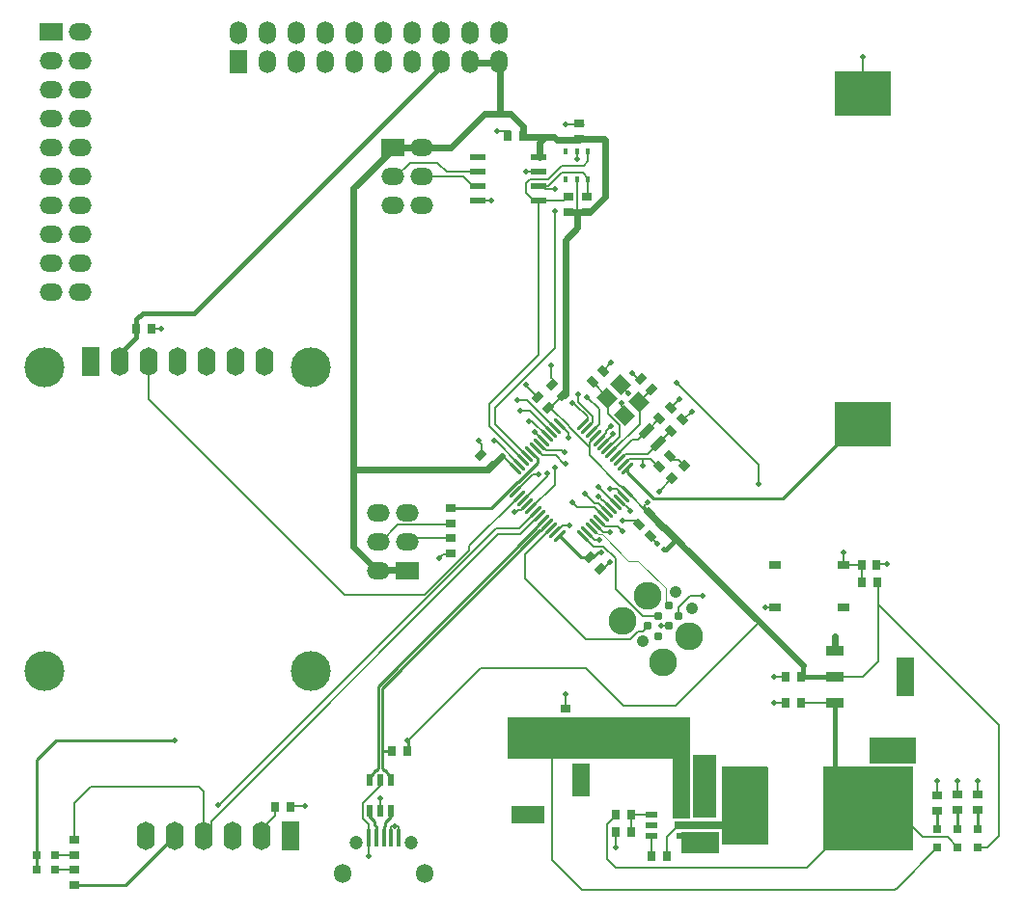
<source format=gtl>
G04*
G04 #@! TF.GenerationSoftware,Altium Limited,Altium Designer,19.0.15 (446)*
G04*
G04 Layer_Physical_Order=1*
G04 Layer_Color=255*
%FSLAX25Y25*%
%MOIN*%
G70*
G01*
G75*
%ADD11C,0.00787*%
%ADD13C,0.02362*%
%ADD17C,0.01000*%
%ADD18R,0.01575X0.06299*%
%ADD19R,0.03740X0.02756*%
%ADD20R,0.06299X0.13386*%
%ADD21R,0.06299X0.03347*%
%ADD22R,0.05512X0.02362*%
%ADD23R,0.01575X0.02362*%
G04:AMPARAMS|DCode=24|XSize=27.56mil|YSize=37.4mil|CornerRadius=0mil|HoleSize=0mil|Usage=FLASHONLY|Rotation=315.000|XOffset=0mil|YOffset=0mil|HoleType=Round|Shape=Rectangle|*
%AMROTATEDRECTD24*
4,1,4,-0.02297,-0.00348,0.00348,0.02297,0.02297,0.00348,-0.00348,-0.02297,-0.02297,-0.00348,0.0*
%
%ADD24ROTATEDRECTD24*%

G04:AMPARAMS|DCode=25|XSize=27.56mil|YSize=37.4mil|CornerRadius=0mil|HoleSize=0mil|Usage=FLASHONLY|Rotation=225.000|XOffset=0mil|YOffset=0mil|HoleType=Round|Shape=Rectangle|*
%AMROTATEDRECTD25*
4,1,4,-0.00348,0.02297,0.02297,-0.00348,0.00348,-0.02297,-0.02297,0.00348,-0.00348,0.02297,0.0*
%
%ADD25ROTATEDRECTD25*%

G04:AMPARAMS|DCode=26|XSize=27.56mil|YSize=55.12mil|CornerRadius=0mil|HoleSize=0mil|Usage=FLASHONLY|Rotation=315.000|XOffset=0mil|YOffset=0mil|HoleType=Round|Shape=Rectangle|*
%AMROTATEDRECTD26*
4,1,4,-0.02923,-0.00974,0.00974,0.02923,0.02923,0.00974,-0.00974,-0.02923,-0.02923,-0.00974,0.0*
%
%ADD26ROTATEDRECTD26*%

G04:AMPARAMS|DCode=27|XSize=55.12mil|YSize=47.24mil|CornerRadius=0mil|HoleSize=0mil|Usage=FLASHONLY|Rotation=315.000|XOffset=0mil|YOffset=0mil|HoleType=Round|Shape=Rectangle|*
%AMROTATEDRECTD27*
4,1,4,-0.03619,0.00278,-0.00278,0.03619,0.03619,-0.00278,0.00278,-0.03619,-0.03619,0.00278,0.0*
%
%ADD27ROTATEDRECTD27*%

%ADD28P,0.04454X4X90.0*%
G04:AMPARAMS|DCode=29|XSize=11.81mil|YSize=57.09mil|CornerRadius=0mil|HoleSize=0mil|Usage=FLASHONLY|Rotation=315.000|XOffset=0mil|YOffset=0mil|HoleType=Round|Shape=Round|*
%AMOVALD29*
21,1,0.04528,0.01181,0.00000,0.00000,45.0*
1,1,0.01181,-0.01601,-0.01601*
1,1,0.01181,0.01601,0.01601*
%
%ADD29OVALD29*%

G04:AMPARAMS|DCode=30|XSize=11.81mil|YSize=57.09mil|CornerRadius=0mil|HoleSize=0mil|Usage=FLASHONLY|Rotation=225.000|XOffset=0mil|YOffset=0mil|HoleType=Round|Shape=Round|*
%AMOVALD30*
21,1,0.04528,0.01181,0.00000,0.00000,315.0*
1,1,0.01181,-0.01601,0.01601*
1,1,0.01181,0.01601,-0.01601*
%
%ADD30OVALD30*%

%ADD31R,0.02756X0.03740*%
%ADD32R,0.03150X0.03150*%
%ADD33R,0.04331X0.02362*%
%ADD34R,0.03150X0.03150*%
%ADD35R,0.02362X0.04331*%
%ADD36R,0.19685X0.15748*%
%ADD37R,0.03937X0.02953*%
%ADD38R,0.13780X0.23622*%
%ADD74C,0.03098*%
%ADD75C,0.01575*%
%ADD76C,0.00914*%
%ADD77C,0.00630*%
%ADD78C,0.00394*%
%ADD79O,0.05906X0.06693*%
%ADD80C,0.04724*%
%ADD81O,0.06299X0.09843*%
%ADD82R,0.06299X0.09843*%
%ADD83C,0.13780*%
%ADD84C,0.04201*%
%ADD85C,0.09650*%
%ADD86R,0.11811X0.05906*%
%ADD87R,0.05906X0.11811*%
%ADD88O,0.05906X0.07874*%
%ADD89R,0.05906X0.07874*%
%ADD90O,0.07874X0.05906*%
%ADD91R,0.07874X0.05906*%
%ADD92C,0.01968*%
G36*
X319787Y47669D02*
X303909Y47669D01*
Y56669D01*
X319787Y56669D01*
Y47669D01*
D02*
G37*
G36*
X250787Y29169D02*
X242787Y29169D01*
X242787Y50669D01*
X250787Y50669D01*
X250787Y29169D01*
D02*
G37*
G36*
X241787Y28569D02*
X235787D01*
Y49269D01*
X178787D01*
Y63669D01*
X241787D01*
Y28569D01*
D02*
G37*
G36*
X268787Y46216D02*
X268787Y19669D01*
X252787D01*
Y24969D01*
X236546D01*
Y27669D01*
X252787Y27669D01*
X252787Y46569D01*
X268434Y46569D01*
X268787Y46216D01*
D02*
G37*
G36*
X318787Y17669D02*
X287787D01*
Y46669D01*
X318787D01*
Y17669D01*
D02*
G37*
G36*
X251787Y16669D02*
X238787D01*
Y24150D01*
X251787D01*
Y16669D01*
D02*
G37*
D11*
X139561Y25943D02*
X139787Y26169D01*
X140013Y25943D01*
X138583D02*
X139561D01*
X140013D02*
X141142D01*
X130905Y15811D02*
Y21874D01*
X138583D02*
Y25943D01*
X141142Y21874D02*
Y25943D01*
X130905Y21874D02*
Y26479D01*
X130649Y26736D02*
X130905Y26479D01*
X128685Y28700D02*
X130649Y26736D01*
X128685Y28700D02*
Y34009D01*
X192400Y147026D02*
Y148100D01*
X184154Y138779D02*
X192400Y147026D01*
X181370Y141563D02*
X187507Y147700D01*
X189400D01*
X186938Y135995D02*
X195000Y144058D01*
Y150000D01*
X181283Y134603D02*
X181603D01*
X182406Y135407D01*
X183459D01*
X185439Y137387D01*
X185546D01*
X168900Y158943D02*
Y159262D01*
Y158943D02*
X169848Y157995D01*
Y154568D02*
Y157995D01*
X169500Y154220D02*
X169848Y154568D01*
X216097Y159435D02*
X217365Y160703D01*
X216051Y159435D02*
X216097D01*
X213352Y156735D02*
X216051Y159435D01*
X213245Y156735D02*
X213352D01*
X198800Y268700D02*
X205000D01*
X228049Y134496D02*
X228387Y134158D01*
X217365Y160703D02*
Y164857D01*
X214496Y167726D02*
X217365Y164857D01*
X215200Y161398D02*
Y161600D01*
X211930Y158127D02*
X215200Y161398D01*
X300657Y116433D02*
X301087Y116002D01*
X225932Y136614D02*
X227159Y137841D01*
X225932Y136614D02*
X228049Y134496D01*
X227610Y134158D02*
X227863D01*
X175200Y266500D02*
X179885D01*
X306102Y116433D02*
X306339Y116669D01*
X291394Y86897D02*
X291677Y86614D01*
X291394Y86897D02*
X291787Y87291D01*
X270843Y68669D02*
X274787D01*
X185300Y178308D02*
X189105Y174503D01*
X301087Y110408D02*
Y116002D01*
X294787Y116433D02*
X300657D01*
X241965Y105811D02*
X246300D01*
X237859Y101705D02*
X241965Y105811D01*
X237859Y98740D02*
Y101705D01*
X231787Y95205D02*
X234323D01*
X312433Y3937D02*
X313355Y4859D01*
X204520Y3937D02*
X312433D01*
X313355Y4859D02*
X327287Y18791D01*
X297139Y33800D02*
X310600D01*
X297008Y33669D02*
X297139Y33800D01*
X310600D02*
X322092Y22308D01*
X330771D01*
X344591Y18791D02*
X348387Y22587D01*
X341287Y18791D02*
X344591D01*
X348387Y22587D02*
Y61084D01*
X306339Y116669D02*
X309787D01*
X306702Y102769D02*
Y110108D01*
X306402Y110408D02*
X306702Y110108D01*
Y102769D02*
X348387Y61084D01*
X306702Y83084D02*
Y102769D01*
X158781Y130366D02*
X159100Y130685D01*
X140850Y130366D02*
X158781D01*
X145300Y125800D02*
X159300D01*
X144000Y124500D02*
X145300Y125800D01*
X220205Y141563D02*
X227610Y134158D01*
X158882Y120067D02*
X159300Y120485D01*
X156531Y120067D02*
X158882D01*
X155000Y118536D02*
X156531Y120067D01*
X174846Y129185D02*
X182911D01*
X79015Y33354D02*
X174846Y129185D01*
X78787Y33354D02*
X79015D01*
X165377Y121387D02*
Y122882D01*
X149990Y106000D02*
X165377Y121387D01*
X122500Y106000D02*
X149990D01*
X165377Y122882D02*
X182666Y140171D01*
X291677Y86614D02*
X291787Y86724D01*
X93787Y24936D02*
X98400Y29549D01*
X93787Y22669D02*
Y24936D01*
X98400Y29549D02*
Y32600D01*
X103809Y32900D02*
X108815D01*
X223787Y180669D02*
X224787D01*
X221787Y182669D02*
X223787Y180669D01*
X239570Y166552D02*
X242387Y169369D01*
X239021Y166552D02*
X239570D01*
X218300Y171300D02*
Y172500D01*
X217905Y178076D02*
X220311Y175669D01*
X217905Y178076D02*
Y178794D01*
X219297Y167937D02*
Y170303D01*
X218300Y171300D02*
X219297Y170303D01*
X235433Y146215D02*
Y146315D01*
X231000Y141782D02*
X235433Y146215D01*
X222805Y131700D02*
X224029Y130475D01*
X218500Y131700D02*
X222805D01*
X227787Y134234D02*
X227863Y134158D01*
X228387D01*
X228029Y126300D02*
X230529Y123800D01*
X231787Y130058D02*
Y130234D01*
X210958Y115142D02*
X211742D01*
X214100Y117500D01*
X192787Y170669D02*
X193385D01*
X185300Y178308D02*
Y178600D01*
X189029Y174427D02*
X189105Y174503D01*
X216150Y18669D02*
Y24150D01*
X230963Y158493D02*
X235263Y162794D01*
X211747Y133211D02*
Y133318D01*
X209973Y143416D02*
X209986Y143403D01*
X54787Y173713D02*
X122500Y106000D01*
X54787Y173713D02*
Y186669D01*
X183303Y126900D02*
X189615Y133211D01*
X175500Y126900D02*
X183303D01*
X76333Y27733D02*
X175500Y126900D01*
X76333Y25496D02*
Y27733D01*
X216652Y129765D02*
X218413Y128004D01*
X212622Y129765D02*
X216652D01*
X210568Y131819D02*
X212622Y129765D01*
X210461Y131819D02*
X210568D01*
X213831Y127769D02*
X214000Y127600D01*
X211835Y127769D02*
X213831D01*
X209176Y130428D02*
X211835Y127769D01*
X210274Y125126D02*
X210500Y124900D01*
X208910Y125126D02*
X210274D01*
X206392Y127644D02*
X208910Y125126D01*
X209069Y130428D02*
X209176D01*
X206286Y127644D02*
X206392D01*
X225600Y153148D02*
X228009D01*
X220900D02*
X225600D01*
Y150769D02*
Y153148D01*
X228009D02*
X230787Y150369D01*
X218920Y151168D02*
X220900Y153148D01*
X218813Y151168D02*
X218920D01*
X193900Y181048D02*
Y185400D01*
Y181048D02*
X194377Y180570D01*
Y179179D02*
Y180570D01*
X194029Y178831D02*
X194377Y179179D01*
X237300Y179200D02*
X265500Y151000D01*
Y144400D02*
Y151000D01*
X236776Y67769D02*
X265676Y96669D01*
X185484Y173500D02*
X195289Y163695D01*
X182200Y173500D02*
X185484D01*
X186600Y169600D02*
X193897Y162303D01*
X183200Y169600D02*
X186600D01*
X174667Y159262D02*
X182762Y151168D01*
X174300Y159262D02*
X174667D01*
X172402Y164311D02*
X184154Y152559D01*
X172402Y164311D02*
Y172000D01*
X174400Y170762D02*
X195100Y191462D01*
Y238600D01*
X177224Y153922D02*
X181370Y149776D01*
X174400Y165097D02*
Y170762D01*
X195600Y154200D02*
X198300Y151500D01*
X190971Y154200D02*
X195600D01*
X188436Y156735D02*
X190971Y154200D01*
X197553Y156147D02*
X198400Y155300D01*
X191980Y156147D02*
X197553D01*
X198300Y151500D02*
X198900D01*
X188330Y156735D02*
X188436D01*
X190000Y158127D02*
X191980Y156147D01*
X189722Y158127D02*
X190000D01*
X168978Y154220D02*
X169500D01*
X176700Y153922D02*
X177224D01*
X182762Y151168D02*
Y151238D01*
X202700Y259442D02*
X202900Y259243D01*
X206637Y255937D02*
Y258885D01*
Y259442D01*
X202900Y256600D02*
Y259243D01*
X185000Y248475D02*
X186363Y249838D01*
X185000Y244957D02*
Y248475D01*
Y244957D02*
X187758Y242200D01*
X205135Y254435D02*
X206637Y255937D01*
X197435Y254435D02*
X205135D01*
X192838Y249838D02*
X197435Y254435D01*
X189332Y242200D02*
X198181D01*
X199665Y243684D01*
X186363Y249838D02*
X192838D01*
X192724Y247200D02*
X197486Y251962D01*
X190907Y247200D02*
X192724D01*
X197486Y251962D02*
X204668D01*
X191707Y246400D02*
X195000D01*
X190907Y247200D02*
X191707Y246400D01*
X187758Y242200D02*
X189332D01*
Y247200D02*
X190907D01*
X180235Y159203D02*
X185516Y153922D01*
X180235Y159203D02*
Y159262D01*
X174400Y165097D02*
X180235Y159262D01*
X206037Y243684D02*
X206637Y244285D01*
Y249600D01*
X204668Y251962D02*
X206637Y249994D01*
Y249600D02*
Y249994D01*
X202700Y245568D02*
Y249600D01*
Y245568D02*
X202717Y245551D01*
Y241817D02*
Y245551D01*
X202700Y241800D02*
X202717Y241817D01*
X202700Y238469D02*
Y241800D01*
X189332Y188930D02*
Y242200D01*
X168466D02*
X173029D01*
X168466D02*
X168766Y242500D01*
X139087Y250569D02*
X140072D01*
X145002Y255500D01*
X157893Y252200D02*
X168466D01*
X154593Y255500D02*
X157893Y252200D01*
X145002Y255500D02*
X154593D01*
X166891Y247200D02*
X168466D01*
X163522Y250569D02*
X166891Y247200D01*
X149087Y250569D02*
X163522D01*
X200054Y164103D02*
X206980Y157177D01*
Y158715D01*
Y157152D02*
Y157177D01*
Y158715D02*
X209069Y160804D01*
Y160911D01*
X217927Y143842D02*
X220205Y141563D01*
X193385Y170669D02*
X193604D01*
X193385D02*
X197787Y175072D01*
X217358Y143842D02*
X217927D01*
X193604Y170669D02*
X200054Y164220D01*
X196681Y165087D02*
X199673Y162095D01*
Y160400D02*
Y162095D01*
X200054Y164103D02*
Y164220D01*
X172402Y172000D02*
X189332Y188930D01*
X185000Y252400D02*
X185200Y252200D01*
X189332D01*
X206100Y174500D02*
X210403Y170197D01*
X203300Y172679D02*
Y175200D01*
X201100Y172500D02*
X201600D01*
X214000Y142569D02*
X216308D01*
X218706Y140171D01*
X209973Y143416D02*
X210000D01*
X216029Y137387D01*
X202200Y171791D02*
Y171900D01*
X201600Y172500D02*
X202200Y171900D01*
X203300Y172679D02*
X208266Y167713D01*
X202200Y171791D02*
X206441Y167551D01*
Y166634D02*
Y167551D01*
X208266Y165782D02*
Y167713D01*
X210403Y165135D02*
Y170197D01*
X207678Y162409D02*
X210403Y165135D01*
X212835Y162635D02*
X214600Y164400D01*
X212835Y161999D02*
Y162635D01*
X210456Y159620D02*
X212835Y161999D01*
X214496Y167726D02*
Y167766D01*
X213450Y168812D02*
X214496Y167766D01*
X213450Y168812D02*
Y173783D01*
X206980Y154220D02*
X217358Y143842D01*
X206980Y154220D02*
Y157152D01*
X221000Y135000D02*
Y135200D01*
X211471Y138849D02*
X211784D01*
X210320Y140000D02*
X211471Y138849D01*
X210014Y137835D02*
X213245Y134603D01*
X202669Y136331D02*
X208734D01*
X201000Y138000D02*
X202669Y136331D01*
X197646Y130000D02*
X200000D01*
X218706Y140171D02*
X218813D01*
X205610Y141000D02*
X208775Y137835D01*
X210000Y140000D02*
X210320D01*
X206286Y163802D02*
X208266Y165782D01*
X187244Y166172D02*
X192505Y160911D01*
X206980Y157152D02*
X206980Y157152D01*
X207678Y162303D02*
Y162409D01*
X206286Y163695D02*
Y163802D01*
X188223Y162303D02*
X191007Y159519D01*
X191113D01*
X204894Y165087D02*
X206441Y166634D01*
X181283Y134603D02*
X181509Y134829D01*
X208734Y136331D02*
X211747Y133318D01*
X208775Y137835D02*
X210014D01*
X217421Y138779D02*
X221000Y135200D01*
X195289Y127644D02*
X197646Y130000D01*
X211784Y138849D02*
X214637Y135995D01*
X186000Y166172D02*
X187244D01*
X188000Y162303D02*
X188223D01*
X182911Y129185D02*
X188330Y134603D01*
X182666Y140171D02*
X182762D01*
X214637Y155343D02*
X224307Y165014D01*
Y172391D01*
X55815Y198100D02*
X59287D01*
X169600Y80769D02*
X205926D01*
X144600Y55769D02*
X169600Y80769D01*
X134787Y40111D02*
Y41984D01*
X128685Y34009D02*
X134787Y40111D01*
X55602Y198100D02*
X55815D01*
X134984Y124500D02*
X140850Y130366D01*
X134000Y124500D02*
X134984D01*
X22449Y11000D02*
X29000D01*
X21449D02*
X22449D01*
Y16000D02*
X29000D01*
Y22315D02*
X29059Y22374D01*
Y33941D01*
X34787Y39669D01*
X194029Y14427D02*
X204520Y3937D01*
X282299Y11811D02*
X290905Y20417D01*
X216155Y11811D02*
X282299D01*
X213197Y14769D02*
X216155Y11811D01*
X213197Y14769D02*
Y26705D01*
X216150Y29658D01*
X236255Y152718D02*
X237939D01*
X234846Y154128D02*
X236255Y152718D01*
X237939D02*
X239887Y150769D01*
X227010Y154540D02*
X230963Y158493D01*
X219508Y154540D02*
X227010D01*
X217528Y152559D02*
X219508Y154540D01*
X217421Y152559D02*
X217528D01*
X235046Y170728D02*
X238046Y173728D01*
X226987Y162669D02*
X231287Y166969D01*
X226787Y162669D02*
X226987D01*
X223787Y159669D02*
X226787Y162669D01*
X221747Y159669D02*
X223787D01*
X294787Y116433D02*
Y120669D01*
X292387Y77769D02*
X301387D01*
X306702Y83084D01*
X218926Y67769D02*
X236776D01*
X205926Y80769D02*
X218926Y67769D01*
X267787Y101669D02*
X271165D01*
X280157Y68614D02*
X291787D01*
X270843Y77724D02*
X274787D01*
X270787Y77669D02*
X270843Y77724D01*
X214637Y186314D02*
Y186332D01*
X211751Y183428D02*
X214637Y186314D01*
X207993Y179669D02*
X213172Y174490D01*
Y174061D02*
Y174490D01*
X224029Y172669D02*
X224304D01*
X228546Y176911D01*
X213172Y174061D02*
X213450Y173783D01*
X224029Y172669D02*
X224307Y172391D01*
X210993Y184769D02*
X211415D01*
X233898Y22371D02*
X237149Y25622D01*
X233898Y15669D02*
Y22371D01*
X34787Y39669D02*
X72102D01*
X73787Y37984D01*
Y22949D02*
Y37984D01*
X189615Y133211D02*
X189722D01*
X73787Y22949D02*
X76333Y25496D01*
X73787Y22669D02*
Y22949D01*
X134787Y31354D02*
Y35669D01*
X341287Y37106D02*
Y41791D01*
Y36791D02*
Y37106D01*
X334287D02*
Y41791D01*
Y36791D02*
Y37106D01*
X301500Y279200D02*
Y292027D01*
X327287Y36791D02*
Y41791D01*
X330771Y22308D02*
X334287Y18791D01*
X194029Y14427D02*
Y54669D01*
X29707Y15435D02*
X29787Y15354D01*
X221465Y24150D02*
Y30150D01*
X228583D01*
X198787Y66669D02*
Y71669D01*
X239213Y30150D02*
Y36669D01*
X228583Y15669D02*
Y22669D01*
X238425Y25622D02*
X239213Y26409D01*
X237149Y25622D02*
X238425D01*
X216029Y153951D02*
X221747Y159669D01*
D13*
X239226Y123119D02*
X265676Y96669D01*
X236982Y125364D02*
X239226Y123119D01*
X206037Y238469D02*
X207129D01*
X173249Y150471D02*
X176700Y153922D01*
X149087Y260669D02*
X159169D01*
X232246Y130099D02*
X236982Y125364D01*
X203451Y238469D02*
X206037D01*
X166100Y290000D02*
X176100D01*
X139687Y260669D02*
X149087D01*
X125600Y246582D02*
X139687Y260669D01*
X171978Y149200D02*
X173249Y150471D01*
X144000Y114600D02*
X144600D01*
X133616D02*
X144000D01*
X212233Y263582D02*
X212351Y263464D01*
Y243691D02*
Y263464D01*
X203597Y263582D02*
X212233D01*
X179917Y272200D02*
X184200Y267917D01*
Y264600D02*
Y267917D01*
X191857Y264257D02*
X194913D01*
X195785Y263385D01*
X203400D01*
X203597Y263582D01*
X184800Y264257D02*
X191857D01*
X176100Y272200D02*
X179917D01*
X175900D02*
X176100D01*
X291787Y87291D02*
Y91614D01*
X231787Y130058D02*
X236732Y125114D01*
X232246Y130099D02*
X236732Y125114D01*
X159169Y260669D02*
X170700Y272200D01*
X175900D01*
X176100D02*
Y290000D01*
X227863Y134158D02*
X231787Y130234D01*
X125600Y149200D02*
X171978D01*
X125600D02*
Y246582D01*
X207129Y238469D02*
X212351Y243691D01*
X199773Y238469D02*
X202700D01*
X202900Y233000D02*
Y238469D01*
X198735Y228835D02*
X202900Y233000D01*
X189932Y262332D02*
X191857Y264257D01*
X189932Y257300D02*
Y262332D01*
X198735Y175520D02*
Y228835D01*
X198387Y175172D02*
X198735Y175520D01*
X125600Y122616D02*
Y149200D01*
Y122616D02*
X133616Y114600D01*
X265676Y96669D02*
X280702Y81843D01*
D17*
X144600Y52100D02*
Y55769D01*
X16000Y16000D02*
Y48882D01*
X207200Y118900D02*
X208137D01*
X204033D02*
X207200D01*
X159100Y135984D02*
X173135D01*
X211029Y120700D02*
X211100D01*
X208137Y118900D02*
X210051Y120815D01*
X210915D01*
X211029Y120700D01*
X144287Y117035D02*
X144413Y117162D01*
X175400Y272700D02*
X175900Y272200D01*
X299483Y165027D02*
X301500D01*
X273967Y139510D02*
X299483Y165027D01*
X229290Y139510D02*
X273967D01*
X196681Y126252D02*
X204033Y118900D01*
X182493Y145042D02*
X189024Y151573D01*
X173135Y135984D02*
X182193Y145042D01*
X182493D01*
X189024Y151573D02*
Y153208D01*
X220291Y148509D02*
X229290Y139510D01*
X220291Y148509D02*
Y149689D01*
X186938Y155294D02*
X189024Y153208D01*
X186938Y155294D02*
Y155343D01*
X16150Y11000D02*
Y16000D01*
X16000Y48882D02*
X22787Y55669D01*
X46803Y5685D02*
X61002Y19884D01*
X29707Y5685D02*
X46803D01*
X22787Y55669D02*
X63787D01*
Y22332D02*
Y22669D01*
X61339Y19884D02*
X63787Y22332D01*
X61002Y19884D02*
X61339D01*
X260787Y32799D02*
Y33669D01*
X254398Y26409D02*
X260787Y32799D01*
X341287Y25091D02*
Y31791D01*
X334287Y25091D02*
Y31791D01*
X327287Y25091D02*
Y31476D01*
D18*
X141142Y21874D02*
D03*
X130905D02*
D03*
X133465D02*
D03*
X136024D02*
D03*
X138583D02*
D03*
D19*
X198787Y61354D02*
D03*
Y66669D02*
D03*
X159300Y130688D02*
D03*
Y136003D02*
D03*
Y120485D02*
D03*
Y125800D02*
D03*
X203400Y268915D02*
D03*
Y263600D02*
D03*
X199665Y243684D02*
D03*
Y238369D02*
D03*
X206037D02*
D03*
Y243684D02*
D03*
X341287Y31791D02*
D03*
Y37106D02*
D03*
X327287Y31476D02*
D03*
Y36791D02*
D03*
X334287Y31791D02*
D03*
Y37106D02*
D03*
X308787Y49669D02*
D03*
Y44354D02*
D03*
X29000Y16000D02*
D03*
Y21315D02*
D03*
Y11000D02*
D03*
Y5685D02*
D03*
X314787Y49669D02*
D03*
Y44354D02*
D03*
D20*
X316000Y77669D02*
D03*
D21*
X291787Y86724D02*
D03*
Y77669D02*
D03*
Y68614D02*
D03*
D22*
X189332Y242200D02*
D03*
Y247200D02*
D03*
Y252200D02*
D03*
Y257200D02*
D03*
X168466Y242200D02*
D03*
Y247200D02*
D03*
Y252200D02*
D03*
Y257200D02*
D03*
D23*
X206637Y259442D02*
D03*
X202700D02*
D03*
X198763D02*
D03*
X206637Y249600D02*
D03*
X202700D02*
D03*
X198763D02*
D03*
D24*
X224787Y180669D02*
D03*
X228546Y176911D02*
D03*
X192787Y170669D02*
D03*
X189029Y174427D02*
D03*
X194029Y178831D02*
D03*
X197787Y175072D02*
D03*
X173258Y150462D02*
D03*
X169500Y154220D02*
D03*
X210958Y115142D02*
D03*
X207200Y118900D02*
D03*
D25*
X231287Y166969D02*
D03*
X235046Y170728D02*
D03*
X239021Y166552D02*
D03*
X235263Y162794D02*
D03*
X211751Y183428D02*
D03*
X207993Y179669D02*
D03*
X231087Y150369D02*
D03*
X234846Y154128D02*
D03*
X224029Y130475D02*
D03*
X227787Y134234D02*
D03*
X228029Y126300D02*
D03*
X231787Y130058D02*
D03*
D26*
X226787Y162669D02*
D03*
X230963Y158493D02*
D03*
D27*
X213172Y174061D02*
D03*
X219297Y167937D02*
D03*
X224029Y172669D02*
D03*
X217905Y178794D02*
D03*
D28*
X235433Y146315D02*
D03*
X239887Y150769D02*
D03*
D29*
X214637Y155343D02*
D03*
X216029Y153951D02*
D03*
X220205Y149776D02*
D03*
X217421Y152559D02*
D03*
X218813Y151168D02*
D03*
X207678Y162303D02*
D03*
X209069Y160911D02*
D03*
X204894Y165087D02*
D03*
X206286Y163695D02*
D03*
X211853Y158127D02*
D03*
X213245Y156735D02*
D03*
X210461Y159519D02*
D03*
X191113Y131819D02*
D03*
X195289Y127644D02*
D03*
X196681Y126252D02*
D03*
X192505Y130428D02*
D03*
X193897Y129036D02*
D03*
X184154Y138779D02*
D03*
X185546Y137387D02*
D03*
X181370Y141563D02*
D03*
X182762Y140171D02*
D03*
X188330Y134603D02*
D03*
X189722Y133211D02*
D03*
X186938Y135995D02*
D03*
D30*
X220205Y141563D02*
D03*
X218813Y140171D02*
D03*
X217421Y138779D02*
D03*
X216029Y137387D02*
D03*
X214637Y135995D02*
D03*
X213245Y134603D02*
D03*
X211853Y133211D02*
D03*
X210461Y131819D02*
D03*
X209069Y130428D02*
D03*
X207678Y129036D02*
D03*
X206286Y127644D02*
D03*
X204894Y126252D02*
D03*
X196681Y165087D02*
D03*
X195289Y163695D02*
D03*
X193897Y162303D02*
D03*
X192505Y160911D02*
D03*
X191113Y159519D02*
D03*
X189722Y158127D02*
D03*
X188330Y156735D02*
D03*
X186938Y155343D02*
D03*
X185546Y153951D02*
D03*
X184154Y152559D02*
D03*
X182762Y151168D02*
D03*
X181370Y149776D02*
D03*
D31*
X306300Y116500D02*
D03*
X300985D02*
D03*
X306402Y110408D02*
D03*
X301087D02*
D03*
X274787Y77724D02*
D03*
X280102D02*
D03*
X274787Y68614D02*
D03*
X280102D02*
D03*
X239213Y42669D02*
D03*
X244528D02*
D03*
Y36669D02*
D03*
X239213D02*
D03*
X228583Y15669D02*
D03*
X233898D02*
D03*
X216150Y30150D02*
D03*
X221465D02*
D03*
X144000Y52000D02*
D03*
X138685D02*
D03*
X184200Y264600D02*
D03*
X178885D02*
D03*
X216150Y24150D02*
D03*
X221465D02*
D03*
X98400Y32600D02*
D03*
X103715D02*
D03*
X50500Y198100D02*
D03*
X55815D02*
D03*
D32*
X334287Y25091D02*
D03*
Y18791D02*
D03*
X341287D02*
D03*
Y25091D02*
D03*
X327287Y18791D02*
D03*
Y25091D02*
D03*
D33*
X228583Y22669D02*
D03*
Y26409D02*
D03*
Y30150D02*
D03*
X239213D02*
D03*
Y26409D02*
D03*
Y22669D02*
D03*
D34*
X16150Y16000D02*
D03*
X22449D02*
D03*
Y11000D02*
D03*
X16150D02*
D03*
D35*
X131047Y41984D02*
D03*
X134787D02*
D03*
X138528D02*
D03*
Y31354D02*
D03*
X134787D02*
D03*
X131047D02*
D03*
D36*
X301500Y165027D02*
D03*
Y279200D02*
D03*
D37*
X294787Y116433D02*
D03*
X271165D02*
D03*
Y101669D02*
D03*
X294787D02*
D03*
D38*
X297008Y33669D02*
D03*
X260787D02*
D03*
D74*
X227252Y95205D02*
D03*
X230787Y91669D02*
D03*
Y98740D02*
D03*
X237859D02*
D03*
X234323Y102276D02*
D03*
Y95205D02*
D03*
D75*
X280102Y68669D02*
X280157Y68614D01*
X156100Y289100D02*
Y290000D01*
X70400Y203400D02*
X156100Y289100D01*
X52700Y203400D02*
X70400D01*
X280757Y77769D02*
X292387D01*
X50500Y201200D02*
X52700Y203400D01*
X50500Y198100D02*
Y201200D01*
X44787Y189336D02*
X50500Y195049D01*
X44787Y186669D02*
Y189336D01*
X50500Y195049D02*
Y198100D01*
X233387Y121769D02*
X236732Y125114D01*
X290905Y20417D02*
Y22646D01*
X297008Y28748D01*
Y33669D01*
X216150Y29658D02*
Y30150D01*
X280702Y77824D02*
Y81843D01*
Y77824D02*
X280757Y77769D01*
X291787Y38890D02*
X297008Y33669D01*
X291787Y38890D02*
Y68614D01*
D76*
X133465Y24433D02*
Y25851D01*
Y21874D02*
Y24433D01*
X134081Y45929D02*
Y74394D01*
X188944Y129257D02*
Y129577D01*
X134081Y74394D02*
X188944Y129257D01*
X135494Y52000D02*
Y73809D01*
Y45929D02*
Y52000D01*
X138685D01*
Y51508D02*
Y52000D01*
X137213Y44283D02*
Y44665D01*
X136484Y45394D02*
X137213Y44665D01*
X136029Y45394D02*
X136484D01*
X138528Y41984D02*
Y42968D01*
X137213Y44283D02*
X138528Y42968D01*
X135494Y45929D02*
X136029Y45394D01*
X135494Y73809D02*
X189943Y128258D01*
X190263D01*
X192433Y130428D01*
X192505D01*
X136024Y25851D02*
X136528Y26355D01*
Y27409D01*
X138528Y29409D01*
Y31354D01*
X136024Y21874D02*
Y25851D01*
X132787Y26528D02*
X133465Y25851D01*
X130724Y29732D02*
X132787Y27669D01*
Y26528D02*
Y27669D01*
X130724Y29732D02*
Y31032D01*
X131047Y31354D01*
X133545Y45394D02*
X134081Y45929D01*
X133091Y45394D02*
X133545D01*
X132362Y44665D02*
X133091Y45394D01*
X132362Y44283D02*
Y44665D01*
X131047Y41984D02*
Y42968D01*
X132362Y44283D01*
X188944Y129577D02*
X191113Y131747D01*
Y131819D01*
D77*
X216187Y108049D02*
X225495Y98740D01*
X211937Y122813D02*
X216187Y118564D01*
Y108049D02*
Y118564D01*
X208332Y122813D02*
X211937D01*
X204894Y126252D02*
X208332Y122813D01*
X225466Y93419D02*
X227252Y95205D01*
X223687Y93419D02*
X225466D01*
X220999Y90731D02*
X223687Y93419D01*
X225495Y98740D02*
X230787D01*
X184787Y111669D02*
Y119926D01*
X193897Y129036D01*
X184787Y111669D02*
X205726Y90731D01*
X220999D01*
D78*
X220368Y117816D02*
X223908D01*
X211315Y126868D02*
X220368Y117816D01*
X210058Y126868D02*
X211315D01*
X207891Y129036D02*
X210058Y126868D01*
X207678Y129036D02*
X207891D01*
X233376Y103223D02*
Y108348D01*
Y103223D02*
X234323Y102276D01*
X218797Y151168D02*
X218813D01*
X211853Y158127D02*
X211930D01*
X230787Y150369D02*
X231087D01*
X223908Y117816D02*
X233376Y108348D01*
D79*
X121752Y9669D02*
D03*
X150295D02*
D03*
D80*
X145571Y20276D02*
D03*
X126476Y20274D02*
D03*
D81*
X54787Y186669D02*
D03*
X44787D02*
D03*
X64787D02*
D03*
X84787D02*
D03*
X74787D02*
D03*
X94787D02*
D03*
X63787Y22669D02*
D03*
X73787D02*
D03*
X93787D02*
D03*
X83787D02*
D03*
X53787D02*
D03*
D82*
X34787Y186669D02*
D03*
X103787Y22669D02*
D03*
D83*
X18787Y184669D02*
D03*
X110787D02*
D03*
Y79669D02*
D03*
X18787D02*
D03*
D84*
X225484Y89902D02*
D03*
X236798Y106872D02*
D03*
X242455Y101215D02*
D03*
D85*
X218413Y96973D02*
D03*
X232555Y82830D02*
D03*
X227252Y105811D02*
D03*
X241394Y91669D02*
D03*
D86*
X185787Y30150D02*
D03*
Y52787D02*
D03*
D87*
X204095Y42158D02*
D03*
D88*
X175900Y300200D02*
D03*
X165900D02*
D03*
X155900D02*
D03*
X145900D02*
D03*
X135900D02*
D03*
X125900D02*
D03*
X115900D02*
D03*
X105900D02*
D03*
X95900D02*
D03*
X85900D02*
D03*
X95900Y290200D02*
D03*
X105900D02*
D03*
X115900D02*
D03*
X125900D02*
D03*
X135900D02*
D03*
X145900D02*
D03*
X155900D02*
D03*
X165900D02*
D03*
X175900D02*
D03*
D89*
X85900D02*
D03*
D90*
X31200Y210800D02*
D03*
Y220800D02*
D03*
Y230800D02*
D03*
Y240800D02*
D03*
Y250800D02*
D03*
Y260800D02*
D03*
Y270800D02*
D03*
Y280800D02*
D03*
Y290800D02*
D03*
Y300800D02*
D03*
X21200Y290800D02*
D03*
Y280800D02*
D03*
Y270800D02*
D03*
Y260800D02*
D03*
Y250800D02*
D03*
Y240800D02*
D03*
Y230800D02*
D03*
Y220800D02*
D03*
Y210800D02*
D03*
X139087Y240569D02*
D03*
Y250569D02*
D03*
X149087Y260569D02*
D03*
Y250569D02*
D03*
Y240569D02*
D03*
X134000Y134500D02*
D03*
Y124500D02*
D03*
Y114500D02*
D03*
X144000Y124500D02*
D03*
Y134500D02*
D03*
D91*
X21200Y300800D02*
D03*
X139087Y260569D02*
D03*
X144000Y114500D02*
D03*
D92*
X130905Y15811D02*
D03*
X139787Y26169D02*
D03*
X192400Y148100D02*
D03*
X168900Y159262D02*
D03*
X198800Y268700D02*
D03*
X215200Y161600D02*
D03*
X175200Y266500D02*
D03*
X246300Y105811D02*
D03*
X231787Y95205D02*
D03*
X309787Y116669D02*
D03*
X155000Y118536D02*
D03*
X291787Y91614D02*
D03*
X108815Y32900D02*
D03*
X221787Y182669D02*
D03*
X242387Y169369D02*
D03*
X220311Y175669D02*
D03*
X218300Y172500D02*
D03*
X231000Y141782D02*
D03*
X227000Y138000D02*
D03*
X218500Y131700D02*
D03*
X232787Y121669D02*
D03*
X230529Y123800D02*
D03*
X238976Y122869D02*
D03*
X214100Y117500D02*
D03*
X211100Y120700D02*
D03*
X185300Y178600D02*
D03*
X216150Y18669D02*
D03*
X218413Y128004D02*
D03*
X210500Y124900D02*
D03*
X214000Y127600D02*
D03*
X225600Y150769D02*
D03*
X193900Y185400D02*
D03*
X237300Y179200D02*
D03*
X265500Y144400D02*
D03*
X189400Y147700D02*
D03*
X182200Y173500D02*
D03*
X183200Y169600D02*
D03*
X174300Y159262D02*
D03*
X198900Y151500D02*
D03*
X198400Y155300D02*
D03*
X202900Y256600D02*
D03*
X195000Y246400D02*
D03*
X195100Y238600D02*
D03*
X173029Y242200D02*
D03*
X199673Y160400D02*
D03*
X185000Y252400D02*
D03*
X206100Y174500D02*
D03*
X203300Y175200D02*
D03*
X201100Y172500D02*
D03*
X214000Y142569D02*
D03*
X210000Y143416D02*
D03*
X214600Y164400D02*
D03*
X181283Y134603D02*
D03*
X205610Y141000D02*
D03*
X200000Y130000D02*
D03*
X201000Y138000D02*
D03*
X195000Y150000D02*
D03*
X210000Y140000D02*
D03*
X221000Y135000D02*
D03*
X186000Y166172D02*
D03*
X188000Y162303D02*
D03*
X59287Y198100D02*
D03*
X144000Y55669D02*
D03*
X238046Y173728D02*
D03*
X294787Y120669D02*
D03*
X63787Y55669D02*
D03*
X267787Y101669D02*
D03*
X270787Y77669D02*
D03*
X270843Y68669D02*
D03*
X214637Y186314D02*
D03*
X78787Y33354D02*
D03*
X134787Y35669D02*
D03*
X301500Y292027D02*
D03*
X312787Y20669D02*
D03*
Y23669D02*
D03*
Y26669D02*
D03*
Y29651D02*
D03*
X341287Y41791D02*
D03*
X334287D02*
D03*
X327287D02*
D03*
X248787Y35669D02*
D03*
Y44669D02*
D03*
Y30669D02*
D03*
X244667D02*
D03*
X248787Y40669D02*
D03*
Y48669D02*
D03*
X245287D02*
D03*
X198787Y71669D02*
D03*
X318787Y54669D02*
D03*
X315787D02*
D03*
X312787D02*
D03*
X308787D02*
D03*
X305787D02*
D03*
X240472Y18669D02*
D03*
X243787D02*
D03*
X246787D02*
D03*
X249787D02*
D03*
Y21669D02*
D03*
X246787D02*
D03*
X243787Y21874D02*
D03*
M02*

</source>
